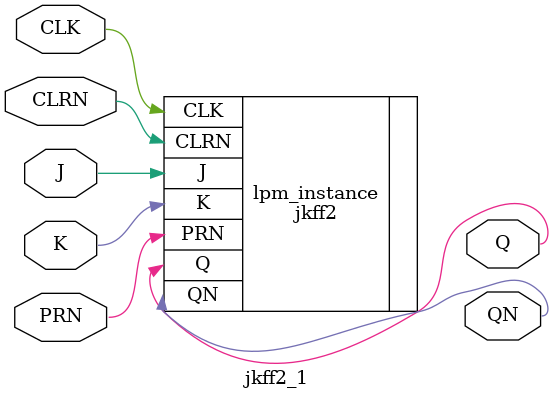
<source format=v>



module jkff2_1(K,CLRN,CLK,PRN,J,QN,Q);
input K;
input CLRN;
input CLK;
input PRN;
input J;
output QN;
output Q;

jkff2	lpm_instance(.K(K),.CLRN(CLRN),.CLK(CLK),.PRN(PRN),.J(J),.QN(QN),.Q(Q));

endmodule

</source>
